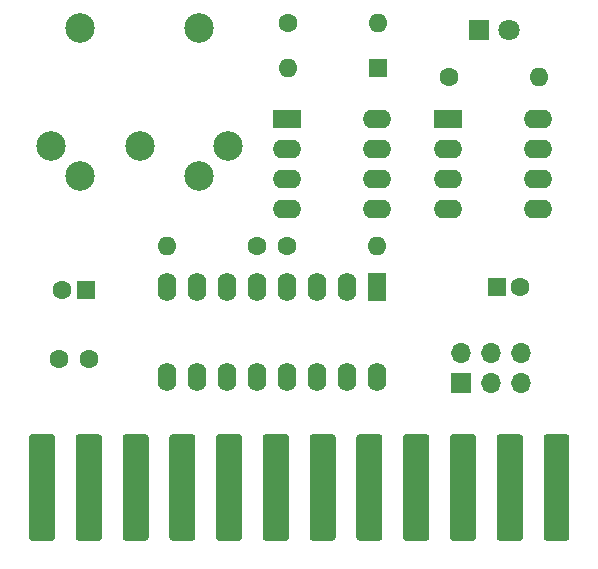
<source format=gts>
G04 #@! TF.GenerationSoftware,KiCad,Pcbnew,5.1.9+dfsg1-1*
G04 #@! TF.CreationDate,2021-03-09T09:38:51-06:00*
G04 #@! TF.ProjectId,C64UserPortMidi,43363455-7365-4725-906f-72744d696469,rev?*
G04 #@! TF.SameCoordinates,Original*
G04 #@! TF.FileFunction,Soldermask,Top*
G04 #@! TF.FilePolarity,Negative*
%FSLAX46Y46*%
G04 Gerber Fmt 4.6, Leading zero omitted, Abs format (unit mm)*
G04 Created by KiCad (PCBNEW 5.1.9+dfsg1-1) date 2021-03-09 09:38:51*
%MOMM*%
%LPD*%
G01*
G04 APERTURE LIST*
%ADD10C,2.500000*%
%ADD11O,1.600000X1.600000*%
%ADD12R,1.600000X1.600000*%
%ADD13C,1.600000*%
%ADD14R,1.700000X1.700000*%
%ADD15O,1.700000X1.700000*%
%ADD16R,2.400000X1.600000*%
%ADD17O,2.400000X1.600000*%
%ADD18R,1.600000X2.400000*%
%ADD19O,1.600000X2.400000*%
%ADD20R,1.800000X1.800000*%
%ADD21C,1.800000*%
G04 APERTURE END LIST*
D10*
X124848000Y-101171000D03*
X112348000Y-103671000D03*
X117348000Y-101171000D03*
X109848000Y-101171000D03*
X122348000Y-103671000D03*
X112348000Y-91171000D03*
X122348000Y-91171000D03*
G36*
G01*
X107994000Y-134328000D02*
X107994000Y-125768000D01*
G75*
G02*
X108214000Y-125548000I220000J0D01*
G01*
X109974000Y-125548000D01*
G75*
G02*
X110194000Y-125768000I0J-220000D01*
G01*
X110194000Y-134328000D01*
G75*
G02*
X109974000Y-134548000I-220000J0D01*
G01*
X108214000Y-134548000D01*
G75*
G02*
X107994000Y-134328000I0J220000D01*
G01*
G37*
G36*
G01*
X111954000Y-134328000D02*
X111954000Y-125768000D01*
G75*
G02*
X112174000Y-125548000I220000J0D01*
G01*
X113934000Y-125548000D01*
G75*
G02*
X114154000Y-125768000I0J-220000D01*
G01*
X114154000Y-134328000D01*
G75*
G02*
X113934000Y-134548000I-220000J0D01*
G01*
X112174000Y-134548000D01*
G75*
G02*
X111954000Y-134328000I0J220000D01*
G01*
G37*
G36*
G01*
X115914000Y-134328000D02*
X115914000Y-125768000D01*
G75*
G02*
X116134000Y-125548000I220000J0D01*
G01*
X117894000Y-125548000D01*
G75*
G02*
X118114000Y-125768000I0J-220000D01*
G01*
X118114000Y-134328000D01*
G75*
G02*
X117894000Y-134548000I-220000J0D01*
G01*
X116134000Y-134548000D01*
G75*
G02*
X115914000Y-134328000I0J220000D01*
G01*
G37*
G36*
G01*
X119874000Y-134328000D02*
X119874000Y-125768000D01*
G75*
G02*
X120094000Y-125548000I220000J0D01*
G01*
X121854000Y-125548000D01*
G75*
G02*
X122074000Y-125768000I0J-220000D01*
G01*
X122074000Y-134328000D01*
G75*
G02*
X121854000Y-134548000I-220000J0D01*
G01*
X120094000Y-134548000D01*
G75*
G02*
X119874000Y-134328000I0J220000D01*
G01*
G37*
G36*
G01*
X123834000Y-134328000D02*
X123834000Y-125768000D01*
G75*
G02*
X124054000Y-125548000I220000J0D01*
G01*
X125814000Y-125548000D01*
G75*
G02*
X126034000Y-125768000I0J-220000D01*
G01*
X126034000Y-134328000D01*
G75*
G02*
X125814000Y-134548000I-220000J0D01*
G01*
X124054000Y-134548000D01*
G75*
G02*
X123834000Y-134328000I0J220000D01*
G01*
G37*
G36*
G01*
X127794000Y-134328000D02*
X127794000Y-125768000D01*
G75*
G02*
X128014000Y-125548000I220000J0D01*
G01*
X129774000Y-125548000D01*
G75*
G02*
X129994000Y-125768000I0J-220000D01*
G01*
X129994000Y-134328000D01*
G75*
G02*
X129774000Y-134548000I-220000J0D01*
G01*
X128014000Y-134548000D01*
G75*
G02*
X127794000Y-134328000I0J220000D01*
G01*
G37*
G36*
G01*
X131754000Y-134328000D02*
X131754000Y-125768000D01*
G75*
G02*
X131974000Y-125548000I220000J0D01*
G01*
X133734000Y-125548000D01*
G75*
G02*
X133954000Y-125768000I0J-220000D01*
G01*
X133954000Y-134328000D01*
G75*
G02*
X133734000Y-134548000I-220000J0D01*
G01*
X131974000Y-134548000D01*
G75*
G02*
X131754000Y-134328000I0J220000D01*
G01*
G37*
G36*
G01*
X135714000Y-134328000D02*
X135714000Y-125768000D01*
G75*
G02*
X135934000Y-125548000I220000J0D01*
G01*
X137694000Y-125548000D01*
G75*
G02*
X137914000Y-125768000I0J-220000D01*
G01*
X137914000Y-134328000D01*
G75*
G02*
X137694000Y-134548000I-220000J0D01*
G01*
X135934000Y-134548000D01*
G75*
G02*
X135714000Y-134328000I0J220000D01*
G01*
G37*
G36*
G01*
X139674000Y-134328000D02*
X139674000Y-125768000D01*
G75*
G02*
X139894000Y-125548000I220000J0D01*
G01*
X141654000Y-125548000D01*
G75*
G02*
X141874000Y-125768000I0J-220000D01*
G01*
X141874000Y-134328000D01*
G75*
G02*
X141654000Y-134548000I-220000J0D01*
G01*
X139894000Y-134548000D01*
G75*
G02*
X139674000Y-134328000I0J220000D01*
G01*
G37*
G36*
G01*
X143634000Y-134328000D02*
X143634000Y-125768000D01*
G75*
G02*
X143854000Y-125548000I220000J0D01*
G01*
X145614000Y-125548000D01*
G75*
G02*
X145834000Y-125768000I0J-220000D01*
G01*
X145834000Y-134328000D01*
G75*
G02*
X145614000Y-134548000I-220000J0D01*
G01*
X143854000Y-134548000D01*
G75*
G02*
X143634000Y-134328000I0J220000D01*
G01*
G37*
G36*
G01*
X147594000Y-134328000D02*
X147594000Y-125768000D01*
G75*
G02*
X147814000Y-125548000I220000J0D01*
G01*
X149574000Y-125548000D01*
G75*
G02*
X149794000Y-125768000I0J-220000D01*
G01*
X149794000Y-134328000D01*
G75*
G02*
X149574000Y-134548000I-220000J0D01*
G01*
X147814000Y-134548000D01*
G75*
G02*
X147594000Y-134328000I0J220000D01*
G01*
G37*
G36*
G01*
X151554000Y-134328000D02*
X151554000Y-125768000D01*
G75*
G02*
X151774000Y-125548000I220000J0D01*
G01*
X153534000Y-125548000D01*
G75*
G02*
X153754000Y-125768000I0J-220000D01*
G01*
X153754000Y-134328000D01*
G75*
G02*
X153534000Y-134548000I-220000J0D01*
G01*
X151774000Y-134548000D01*
G75*
G02*
X151554000Y-134328000I0J220000D01*
G01*
G37*
G36*
G01*
X107994000Y-134328000D02*
X107994000Y-125768000D01*
G75*
G02*
X108214000Y-125548000I220000J0D01*
G01*
X109974000Y-125548000D01*
G75*
G02*
X110194000Y-125768000I0J-220000D01*
G01*
X110194000Y-134328000D01*
G75*
G02*
X109974000Y-134548000I-220000J0D01*
G01*
X108214000Y-134548000D01*
G75*
G02*
X107994000Y-134328000I0J220000D01*
G01*
G37*
G36*
G01*
X111954000Y-134328000D02*
X111954000Y-125768000D01*
G75*
G02*
X112174000Y-125548000I220000J0D01*
G01*
X113934000Y-125548000D01*
G75*
G02*
X114154000Y-125768000I0J-220000D01*
G01*
X114154000Y-134328000D01*
G75*
G02*
X113934000Y-134548000I-220000J0D01*
G01*
X112174000Y-134548000D01*
G75*
G02*
X111954000Y-134328000I0J220000D01*
G01*
G37*
G36*
G01*
X115914000Y-134328000D02*
X115914000Y-125768000D01*
G75*
G02*
X116134000Y-125548000I220000J0D01*
G01*
X117894000Y-125548000D01*
G75*
G02*
X118114000Y-125768000I0J-220000D01*
G01*
X118114000Y-134328000D01*
G75*
G02*
X117894000Y-134548000I-220000J0D01*
G01*
X116134000Y-134548000D01*
G75*
G02*
X115914000Y-134328000I0J220000D01*
G01*
G37*
G36*
G01*
X119874000Y-134328000D02*
X119874000Y-125768000D01*
G75*
G02*
X120094000Y-125548000I220000J0D01*
G01*
X121854000Y-125548000D01*
G75*
G02*
X122074000Y-125768000I0J-220000D01*
G01*
X122074000Y-134328000D01*
G75*
G02*
X121854000Y-134548000I-220000J0D01*
G01*
X120094000Y-134548000D01*
G75*
G02*
X119874000Y-134328000I0J220000D01*
G01*
G37*
G36*
G01*
X123834000Y-134328000D02*
X123834000Y-125768000D01*
G75*
G02*
X124054000Y-125548000I220000J0D01*
G01*
X125814000Y-125548000D01*
G75*
G02*
X126034000Y-125768000I0J-220000D01*
G01*
X126034000Y-134328000D01*
G75*
G02*
X125814000Y-134548000I-220000J0D01*
G01*
X124054000Y-134548000D01*
G75*
G02*
X123834000Y-134328000I0J220000D01*
G01*
G37*
G36*
G01*
X127794000Y-134328000D02*
X127794000Y-125768000D01*
G75*
G02*
X128014000Y-125548000I220000J0D01*
G01*
X129774000Y-125548000D01*
G75*
G02*
X129994000Y-125768000I0J-220000D01*
G01*
X129994000Y-134328000D01*
G75*
G02*
X129774000Y-134548000I-220000J0D01*
G01*
X128014000Y-134548000D01*
G75*
G02*
X127794000Y-134328000I0J220000D01*
G01*
G37*
G36*
G01*
X131754000Y-134328000D02*
X131754000Y-125768000D01*
G75*
G02*
X131974000Y-125548000I220000J0D01*
G01*
X133734000Y-125548000D01*
G75*
G02*
X133954000Y-125768000I0J-220000D01*
G01*
X133954000Y-134328000D01*
G75*
G02*
X133734000Y-134548000I-220000J0D01*
G01*
X131974000Y-134548000D01*
G75*
G02*
X131754000Y-134328000I0J220000D01*
G01*
G37*
G36*
G01*
X135714000Y-134328000D02*
X135714000Y-125768000D01*
G75*
G02*
X135934000Y-125548000I220000J0D01*
G01*
X137694000Y-125548000D01*
G75*
G02*
X137914000Y-125768000I0J-220000D01*
G01*
X137914000Y-134328000D01*
G75*
G02*
X137694000Y-134548000I-220000J0D01*
G01*
X135934000Y-134548000D01*
G75*
G02*
X135714000Y-134328000I0J220000D01*
G01*
G37*
G36*
G01*
X139674000Y-134328000D02*
X139674000Y-125768000D01*
G75*
G02*
X139894000Y-125548000I220000J0D01*
G01*
X141654000Y-125548000D01*
G75*
G02*
X141874000Y-125768000I0J-220000D01*
G01*
X141874000Y-134328000D01*
G75*
G02*
X141654000Y-134548000I-220000J0D01*
G01*
X139894000Y-134548000D01*
G75*
G02*
X139674000Y-134328000I0J220000D01*
G01*
G37*
G36*
G01*
X143634000Y-134328000D02*
X143634000Y-125768000D01*
G75*
G02*
X143854000Y-125548000I220000J0D01*
G01*
X145614000Y-125548000D01*
G75*
G02*
X145834000Y-125768000I0J-220000D01*
G01*
X145834000Y-134328000D01*
G75*
G02*
X145614000Y-134548000I-220000J0D01*
G01*
X143854000Y-134548000D01*
G75*
G02*
X143634000Y-134328000I0J220000D01*
G01*
G37*
G36*
G01*
X147594000Y-134328000D02*
X147594000Y-125768000D01*
G75*
G02*
X147814000Y-125548000I220000J0D01*
G01*
X149574000Y-125548000D01*
G75*
G02*
X149794000Y-125768000I0J-220000D01*
G01*
X149794000Y-134328000D01*
G75*
G02*
X149574000Y-134548000I-220000J0D01*
G01*
X147814000Y-134548000D01*
G75*
G02*
X147594000Y-134328000I0J220000D01*
G01*
G37*
G36*
G01*
X151554000Y-134328000D02*
X151554000Y-125768000D01*
G75*
G02*
X151774000Y-125548000I220000J0D01*
G01*
X153534000Y-125548000D01*
G75*
G02*
X153754000Y-125768000I0J-220000D01*
G01*
X153754000Y-134328000D01*
G75*
G02*
X153534000Y-134548000I-220000J0D01*
G01*
X151774000Y-134548000D01*
G75*
G02*
X151554000Y-134328000I0J220000D01*
G01*
G37*
D11*
X129921000Y-94488000D03*
D12*
X137541000Y-94488000D03*
D13*
X149574000Y-113030000D03*
D12*
X147574000Y-113030000D03*
X112776000Y-113284000D03*
D13*
X110776000Y-113284000D03*
D14*
X144526000Y-121158000D03*
D15*
X144526000Y-118618000D03*
X147066000Y-121158000D03*
X147066000Y-118618000D03*
X149606000Y-121158000D03*
X149606000Y-118618000D03*
D13*
X129921000Y-90678000D03*
D11*
X137541000Y-90678000D03*
X137414000Y-109601000D03*
D13*
X129794000Y-109601000D03*
X127254000Y-109601000D03*
D11*
X119634000Y-109601000D03*
D16*
X143509001Y-98806000D03*
D17*
X151129001Y-106426000D03*
X143509001Y-101346000D03*
X151129001Y-103886000D03*
X143509001Y-103886000D03*
X151129001Y-101346000D03*
X143509001Y-106426000D03*
X151129001Y-98806000D03*
X137414000Y-98806000D03*
X129794000Y-106426000D03*
X137414000Y-101346000D03*
X129794000Y-103886000D03*
X137414000Y-103886000D03*
X129794000Y-101346000D03*
X137414000Y-106426000D03*
D16*
X129794000Y-98806000D03*
D18*
X137414000Y-113030000D03*
D19*
X119634000Y-120650000D03*
X134874000Y-113030000D03*
X122174000Y-120650000D03*
X132334000Y-113030000D03*
X124714000Y-120650000D03*
X129794000Y-113030000D03*
X127254000Y-120650000D03*
X127254000Y-113030000D03*
X129794000Y-120650000D03*
X124714000Y-113030000D03*
X132334000Y-120650000D03*
X122174000Y-113030000D03*
X134874000Y-120650000D03*
X119634000Y-113030000D03*
X137414000Y-120650000D03*
D13*
X113030000Y-119126000D03*
X110530000Y-119126000D03*
X143510000Y-95250000D03*
D11*
X151130000Y-95250000D03*
D20*
X146050000Y-91313000D03*
D21*
X148590000Y-91313000D03*
M02*

</source>
